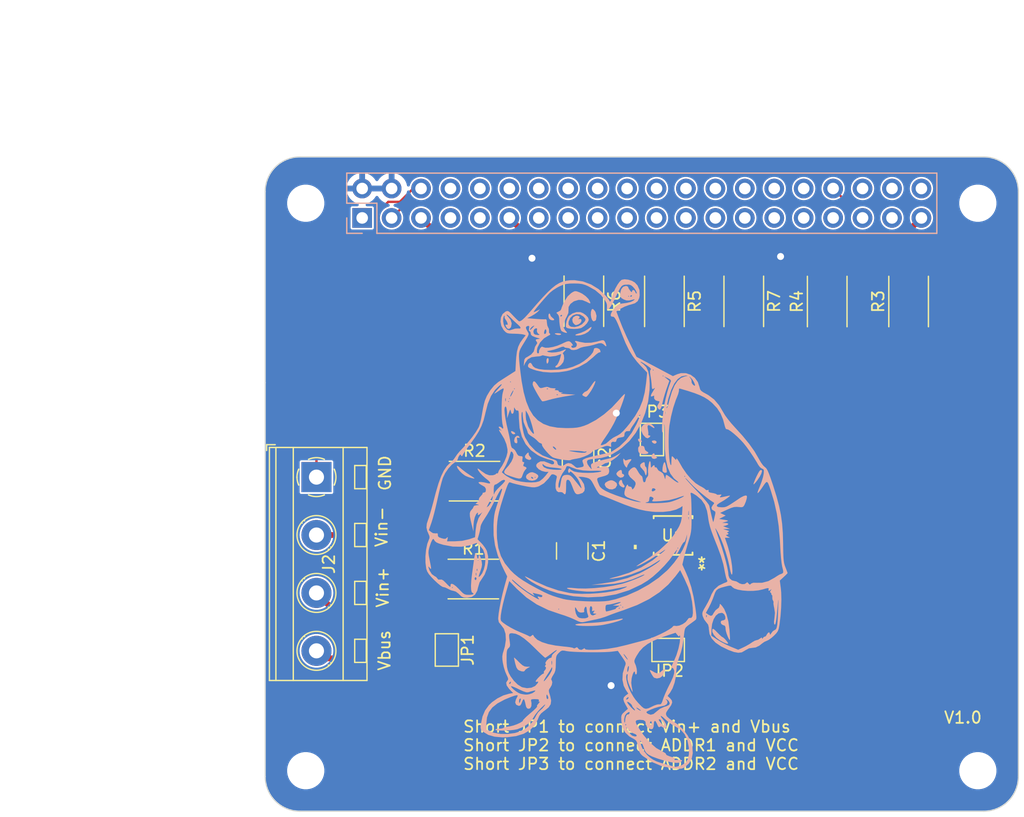
<source format=kicad_pcb>
(kicad_pcb (version 20240108) (generator "pcbnew") (generator_version "8.0")
  (title_block (date "15 nov 2012"))
  (layers (0 "F.Cu" signal) (31 "B.Cu" signal) (34 "B.Paste" user) (35 "F.Paste" user) (36 "B.SilkS" user "B.Silkscreen") (37 "F.SilkS" user "F.Silkscreen") (38 "B.Mask" user) (39 "F.Mask" user) (44 "Edge.Cuts" user))
  (net 0 "")
  (net 1 "GND")
  (net 2 "VCC")
  (net 8 "/SDA")
  (net 19 "/SCL")
  (net 31 "/ALERT")
  (net 33 "Net-(U1-Vin-)")
  (net 34 "Net-(U1-Vin+)")
  (net 35 "Net-(J2-Pin_3)")
  (net 36 "Net-(J2-Pin_2)")
  (net 37 "Net-(J2-Pin_4)")
  (net 38 "/ADDR1")
  (net 39 "/ADDR2")
  (footprint "Resistor_SMD:R_2512_6332Metric" (layer "F.Cu") (at 141.3 55.975 -90)
    (property "Reference" "R7" (at 0 -2.62 90) (layer "F.SilkS"))
    (property "Value" "10k")
    (pad "1" smd roundrect (at -2.9625 0 270) (size 1.225 3.35) (layers "F.Cu" "F.Paste" "F.Mask") (roundrect_rratio 0.204082) (net 2 "VCC"))
    (pad "2" smd roundrect (at 2.9625 0 270) (size 1.225 3.35) (layers "F.Cu" "F.Paste" "F.Mask") (roundrect_rratio 0.204082) (net 31 "/ALERT"))
  )
  (footprint "Capacitor_SMD:C_1210_3225Metric" (layer "F.Cu") (at 126.5 77.525 -90)
    (property "Reference" "C1" (at 0 -2.3 -90) (layer "F.SilkS"))
    (property "Value" "0.1u")
    (pad "1" smd roundrect (at -1.475 0 270) (size 1.15 2.7) (layers "F.Cu" "F.Paste" "F.Mask") (roundrect_rratio 0.217391) (net 33 "Net-(U1-Vin-)"))
    (pad "2" smd roundrect (at 1.475 0 270) (size 1.15 2.7) (layers "F.Cu" "F.Paste" "F.Mask") (roundrect_rratio 0.217391) (net 34 "Net-(U1-Vin+)"))
  )
  (footprint "Jumper:SolderJumper-2_P1.3mm_Open_TrianglePad1.0x1.5mm" (layer "F.Cu") (at 133.375 67.9 90)
    (property "Reference" "JP3" (at 2.4 0.125 180) (layer "F.SilkS"))
    (property "Value" "ADDR2_jumper")
    (pad "1" smd custom (at -0.725 0 90) (size 0.3 0.3) (layers "F.Cu" "F.Mask") (net 39 "/ADDR2") (options (clearance outline) (anchor rect)) (primitives (gr_poly (pts (xy 1 0) (xy 0.5 0.75) (xy -0.5 0.75) (xy -0.5 -0.75) (xy 0.5 -0.75)) (width 0) (fill yes))))
    (pad "2" smd custom (at 0.725 0 90) (size 0.3 0.3) (layers "F.Cu" "F.Mask") (net 2 "VCC") (options (clearance outline) (anchor rect)) (primitives (gr_poly (pts (xy 0.5 0.75) (xy -0.65 0.75) (xy -0.15 0) (xy -0.65 -0.75) (xy 0.5 -0.75)) (width 0) (fill yes))))
  )
  (footprint "Jumper:SolderJumper-2_P1.3mm_Open_TrianglePad1.0x1.5mm" (layer "F.Cu") (at 115.675 86.075 -90)
    (property "Reference" "JP1" (at 0 -1.8 90) (layer "F.SilkS"))
    (property "Value" "Vbus_jumper")
    (pad "1" smd custom (at -0.725 0 270) (size 0.3 0.3) (layers "F.Cu" "F.Mask") (net 35 "Net-(J2-Pin_3)") (options (clearance outline) (anchor rect)) (primitives (gr_poly (pts (xy 1 0) (xy 0.5 0.75) (xy -0.5 0.75) (xy -0.5 -0.75) (xy 0.5 -0.75)) (width 0) (fill yes))))
    (pad "2" smd custom (at 0.725 0 270) (size 0.3 0.3) (layers "F.Cu" "F.Mask") (net 37 "Net-(J2-Pin_4)") (options (clearance outline) (anchor rect)) (primitives (gr_poly (pts (xy 0.5 0.75) (xy -0.65 0.75) (xy -0.15 0) (xy -0.65 -0.75) (xy 0.5 -0.75)) (width 0) (fill yes))))
  )
  (footprint "MountingHole:MountingHole_2.7mm_M2.5" (layer "F.Cu") (at 161.5 47.5)
    (property "Reference" "MH2" (hide yes))
    (property "Value" "MountingHole_2.7mm_M2.5" (hide yes))
    (pad "" np_thru_hole circle (at 0 0) (size 2.7 2.7) (drill 2.7) (layers "*.Cu" "*.Mask"))
  )
  (footprint "TerminalBlock_MetzConnect:TerminalBlock_MetzConnect_Type094_RT03504HBLU_1x04_P5.00mm_Horizontal" (layer "F.Cu") (at 104.425 71.15 -90)
    (property "Reference" "J2" (at 7.5 -1.075 90) (layer "F.SilkS"))
    (property "Value" "PV_terminal")
    (pad "1" thru_hole rect (at 0 0 270) (size 2.6 2.6) (drill 1.3) (layers "*.Cu" "*.Mask") (net 1 "GND"))
    (pad "2" thru_hole circle (at 5 0 270) (size 2.6 2.6) (drill 1.3) (layers "*.Cu" "*.Mask") (net 36 "Net-(J2-Pin_2)"))
    (pad "3" thru_hole circle (at 10 0 270) (size 2.6 2.6) (drill 1.3) (layers "*.Cu" "*.Mask") (net 35 "Net-(J2-Pin_3)"))
    (pad "4" thru_hole circle (at 15 0 270) (size 2.6 2.6) (drill 1.3) (layers "*.Cu" "*.Mask") (net 37 "Net-(J2-Pin_4)"))
  )
  (footprint "Resistor_SMD:R_2512_6332Metric" (layer "F.Cu") (at 148.5 55.9875 90)
    (property "Reference" "R4" (at 0 -2.62 90) (layer "F.SilkS"))
    (property "Value" "10k")
    (pad "1" smd roundrect (at -2.9625 0 90) (size 1.225 3.35) (layers "F.Cu" "F.Paste" "F.Mask") (roundrect_rratio 0.204082) (net 39 "/ADDR2"))
    (pad "2" smd roundrect (at 2.9625 0 90) (size 1.225 3.35) (layers "F.Cu" "F.Paste" "F.Mask") (roundrect_rratio 0.204082) (net 1 "GND"))
  )
  (footprint "MountingHole:MountingHole_2.7mm_M2.5" (layer "F.Cu") (at 103.5 96.5)
    (property "Reference" "MH3" (hide yes))
    (property "Value" "MountingHole_2.7mm_M2.5" (hide yes))
    (pad "" np_thru_hole circle (at 0 0) (size 2.7 2.7) (drill 2.7) (layers "*.Cu" "*.Mask"))
  )
  (footprint "footprints:VSSOP10_DGS_TEX" (layer "F.Cu") (at 135.199999 76.18385 180)
    (property "Reference" "U1" (at 0 0 0) (layer "F.SilkS"))
    (property "Value" "INA228")
    (fp_text user "*" (at -2.47015 -2.4224 180) (layer "F.SilkS"))
    (fp_text user "*" (at -2.47015 -2.4224 0) (layer "F.SilkS"))
    (pad "1" smd rect (at -2.21615 -1.000001 180) (size 1.3335 0.2794) (layers "F.Cu" "F.Paste" "F.Mask") (net 38 "/ADDR1"))
    (pad "2" smd rect (at -2.21615 -0.499999 180) (size 1.3335 0.2794) (layers "F.Cu" "F.Paste" "F.Mask") (net 39 "/ADDR2"))
    (pad "3" smd rect (at -2.21615 0 180) (size 1.3335 0.2794) (layers "F.Cu" "F.Paste" "F.Mask") (net 31 "/ALERT"))
    (pad "4" smd rect (at -2.21615 0.499999 180) (size 1.3335 0.2794) (layers "F.Cu" "F.Paste" "F.Mask") (net 8 "/SDA"))
    (pad "5" smd rect (at -2.21615 1.000001 180) (size 1.3335 0.2794) (layers "F.Cu" "F.Paste" "F.Mask") (net 19 "/SCL"))
    (pad "6" smd rect (at 2.21615 1.000001 180) (size 1.3335 0.2794) (layers "F.Cu" "F.Paste" "F.Mask") (net 2 "VCC"))
    (pad "7" smd rect (at 2.21615 0.499999 180) (size 1.3335 0.2794) (layers "F.Cu" "F.Paste" "F.Mask") (net 1 "GND"))
    (pad "8" smd rect (at 2.21615 0 180) (size 1.3335 0.2794) (layers "F.Cu" "F.Paste" "F.Mask") (net 37 "Net-(J2-Pin_4)"))
    (pad "9" smd rect (at 2.21615 -0.499999 180) (size 1.3335 0.2794) (layers "F.Cu" "F.Paste" "F.Mask") (net 33 "Net-(U1-Vin-)"))
    (pad "10" smd rect (at 2.21615 -1.000001 180) (size 1.3335 0.2794) (layers "F.Cu" "F.Paste" "F.Mask") (net 34 "Net-(U1-Vin+)"))
  )
  (footprint "MountingHole:MountingHole_2.7mm_M2.5" (layer "F.Cu") (at 103.5 47.5)
    (property "Reference" "MH1" (hide yes))
    (property "Value" "MountingHole_2.7mm_M2.5" (hide yes))
    (pad "" np_thru_hole circle (at 0 0) (size 2.7 2.7) (drill 2.7) (layers "*.Cu" "*.Mask"))
  )
  (footprint "Resistor_SMD:R_2512_6332Metric" (layer "F.Cu") (at 127.5 55.9625 -90)
    (property "Reference" "R6" (at 0 -2.62 90) (layer "F.SilkS"))
    (property "Value" "10k")
    (pad "1" smd roundrect (at -2.9625 0 270) (size 1.225 3.35) (layers "F.Cu" "F.Paste" "F.Mask") (roundrect_rratio 0.204082) (net 2 "VCC"))
    (pad "2" smd roundrect (at 2.9625 0 270) (size 1.225 3.35) (layers "F.Cu" "F.Paste" "F.Mask") (roundrect_rratio 0.204082) (net 19 "/SCL"))
  )
  (footprint "Resistor_SMD:R_2512_6332Metric" (layer "F.Cu") (at 134.45 55.975 -90)
    (property "Reference" "R5" (at 0 -2.62 90) (layer "F.SilkS"))
    (property "Value" "10k")
    (pad "1" smd roundrect (at -2.9625 0 270) (size 1.225 3.35) (layers "F.Cu" "F.Paste" "F.Mask") (roundrect_rratio 0.204082) (net 2 "VCC"))
    (pad "2" smd roundrect (at 2.9625 0 270) (size 1.225 3.35) (layers "F.Cu" "F.Paste" "F.Mask") (roundrect_rratio 0.204082) (net 8 "/SDA"))
  )
  (footprint "Resistor_SMD:R_2512_6332Metric" (layer "F.Cu") (at 118.0625 71.5)
    (property "Reference" "R2" (at 0 -2.62 0) (layer "F.SilkS"))
    (property "Value" "100")
    (pad "1" smd roundrect (at -2.9625 0) (size 1.225 3.35) (layers "F.Cu" "F.Paste" "F.Mask") (roundrect_rratio 0.204082) (net 36 "Net-(J2-Pin_2)"))
    (pad "2" smd roundrect (at 2.9625 0) (size 1.225 3.35) (layers "F.Cu" "F.Paste" "F.Mask") (roundrect_rratio 0.204082) (net 33 "Net-(U1-Vin-)"))
  )
  (footprint "Resistor_SMD:R_2512_6332Metric" (layer "F.Cu") (at 155.525 55.9875 90)
    (property "Reference" "R3" (at 0 -2.62 90) (layer "F.SilkS"))
    (property "Value" "10k")
    (pad "1" smd roundrect (at -2.9625 0 90) (size 1.225 3.35) (layers "F.Cu" "F.Paste" "F.Mask") (roundrect_rratio 0.204082) (net 38 "/ADDR1"))
    (pad "2" smd roundrect (at 2.9625 0 90) (size 1.225 3.35) (layers "F.Cu" "F.Paste" "F.Mask") (roundrect_rratio 0.204082) (net 1 "GND"))
  )
  (footprint "Resistor_SMD:R_2512_6332Metric" (layer "F.Cu") (at 117.9625 79.95)
    (property "Reference" "R1" (at 0 -2.62 0) (layer "F.SilkS"))
    (property "Value" "100")
    (pad "1" smd roundrect (at -2.9625 0) (size 1.225 3.35) (layers "F.Cu" "F.Paste" "F.Mask") (roundrect_rratio 0.204082) (net 35 "Net-(J2-Pin_3)"))
    (pad "2" smd roundrect (at 2.9625 0) (size 1.225 3.35) (layers "F.Cu" "F.Paste" "F.Mask") (roundrect_rratio 0.204082) (net 34 "Net-(U1-Vin+)"))
  )
  (footprint "Jumper:SolderJumper-2_P1.3mm_Open_TrianglePad1.0x1.5mm" (layer "F.Cu") (at 134.775 86.075 180)
    (property "Reference" "JP2" (at 0 -1.8 0) (layer "F.SilkS"))
    (property "Value" "ADDR1_jumper")
    (pad "1" smd custom (at -0.725 0 180) (size 0.3 0.3) (layers "F.Cu" "F.Mask") (net 38 "/ADDR1") (options (clearance outline) (anchor rect)) (primitives (gr_poly (pts (xy 1 0) (xy 0.5 0.75) (xy -0.5 0.75) (xy -0.5 -0.75) (xy 0.5 -0.75)) (width 0) (fill yes))))
    (pad "2" smd custom (at 0.725 0 180) (size 0.3 0.3) (layers "F.Cu" "F.Mask") (net 2 "VCC") (options (clearance outline) (anchor rect)) (primitives (gr_poly (pts (xy 0.5 0.75) (xy -0.65 0.75) (xy -0.15 0) (xy -0.65 -0.75) (xy 0.5 -0.75)) (width 0) (fill yes))))
  )
  (footprint "MountingHole:MountingHole_2.7mm_M2.5" (layer "F.Cu") (at 161.5 96.5)
    (property "Reference" "MH4" (hide yes))
    (property "Value" "MountingHole_2.7mm_M2.5" (hide yes))
    (pad "" np_thru_hole circle (at 0 0) (size 2.7 2.7) (drill 2.7) (layers "*.Cu" "*.Mask"))
  )
  (footprint "Capacitor_SMD:C_1210_3225Metric" (layer "F.Cu") (at 127 69.525 -90)
    (property "Reference" "C2" (at 0 -2.3 -90) (layer "F.SilkS"))
    (property "Value" "0.1u")
    (pad "1" smd roundrect (at -1.475 0 270) (size 1.15 2.7) (layers "F.Cu" "F.Paste" "F.Mask") (roundrect_rratio 0.217391) (net 2 "VCC"))
    (pad "2" smd roundrect (at 1.475 0 270) (size 1.15 2.7) (layers "F.Cu" "F.Paste" "F.Mask") (roundrect_rratio 0.217391) (net 1 "GND"))
  )
  (footprint "Connector_PinSocket_2.54mm:PinSocket_2x20_P2.54mm_Vertical" (layer "B.Cu") (at 108.37 48.77 -90)
    (property "Reference" "J1" (hide yes))
    (property "Value" "GPIO" (hide yes))
    (pad "1" thru_hole rect (at 0 0 270) (size 1.7 1.7) (drill 1) (layers "*.Cu" "*.Mask"))
    (pad "2" thru_hole oval (at -2.54 0 270) (size 1.7 1.7) (drill 1) (layers "*.Cu" "*.Mask") (net 2 "VCC"))
    (pad "3" thru_hole oval (at 0 -2.54 270) (size 1.7 1.7) (drill 1) (layers "*.Cu" "*.Mask") (net 8 "/SDA"))
    (pad "4" thru_hole oval (at -2.54 -2.54 270) (size 1.7 1.7) (drill 1) (layers "*.Cu" "*.Mask") (net 2 "VCC"))
    (pad "5" thru_hole oval (at 0 -5.08 270) (size 1.7 1.7) (drill 1) (layers "*.Cu" "*.Mask") (net 19 "/SCL"))
    (pad "6" thru_hole oval (at -2.54 -5.08 270) (size 1.7 1.7) (drill 1) (layers "*.Cu" "*.Mask") (net 1 "GND"))
    (pad "7" thru_hole oval (at 0 -7.62 270) (size 1.7 1.7) (drill 1) (layers "*.Cu" "*.Mask"))
    (pad "8" thru_hole oval (at -2.54 -7.62 270) (size 1.7 1.7) (drill 1) (layers "*.Cu" "*.Mask"))
    (pad "9" thru_hole oval (at 0 -10.16 270) (size 1.7 1.7) (drill 1) (layers "*.Cu" "*.Mask"))
    (pad "10" thru_hole oval (at -2.54 -10.16 270) (size 1.7 1.7) (drill 1) (layers "*.Cu" "*.Mask"))
    (pad "11" thru_hole oval (at 0 -12.7 270) (size 1.7 1.7) (drill 1) (layers "*.Cu" "*.Mask") (net 31 "/ALERT"))
    (pad "12" thru_hole oval (at -2.54 -12.7 270) (size 1.7 1.7) (drill 1) (layers "*.Cu" "*.Mask"))
    (pad "13" thru_hole oval (at 0 -15.24 270) (size 1.7 1.7) (drill 1) (layers "*.Cu" "*.Mask"))
    (pad "14" thru_hole oval (at -2.54 -15.24 270) (size 1.7 1.7) (drill 1) (layers "*.Cu" "*.Mask"))
    (pad "15" thru_hole oval (at 0 -17.78 270) (size 1.7 1.7) (drill 1) (layers "*.Cu" "*.Mask"))
    (pad "16" thru_hole oval (at -2.54 -17.78 270) (size 1.7 1.7) (drill 1) (layers "*.Cu" "*.Mask"))
    (pad "17" thru_hole oval (at 0 -20.32 270) (size 1.7 1.7) (drill 1) (layers "*.Cu" "*.Mask"))
    (pad "18" thru_hole oval (at -2.54 -20.32 270) (size 1.7 1.7) (drill 1) (layers "*.Cu" "*.Mask"))
    (pad "19" thru_hole oval (at 0 -22.86 270) (size 1.7 1.7) (drill 1) (layers "*.Cu" "*.Mask"))
    (pad "20" thru_hole oval (at -2.54 -22.86 270) (size 1.7 1.7) (drill 1) (layers "*.Cu" "*.Mask"))
    (pad "21" thru_hole oval (at 0 -25.4 270) (size 1.7 1.7) (drill 1) (layers "*.Cu" "*.Mask"))
    (pad "22" thru_hole oval (at -2.54 -25.4 270) (size 1.7 1.7) (drill 1) (layers "*.Cu" "*.Mask"))
    (pad "23" thru_hole oval (at 0 -27.94 270) (size 1.7 1.7) (drill 1) (layers "*.Cu" "*.Mask"))
    (pad "24" thru_hole oval (at -2.54 -27.94 270) (size 1.7 1.7) (drill 1) (layers "*.Cu" "*.Mask"))
    (pad "25" thru_hole oval (at 0 -30.48 270) (size 1.7 1.7) (drill 1) (layers "*.Cu" "*.Mask"))
    (pad "26" thru_hole oval (at -2.54 -30.48 270) (size 1.7 1.7) (drill 1) (layers "*.Cu" "*.Mask"))
    (pad "27" thru_hole oval (at 0 -33.02 270) (size 1.7 1.7) (drill 1) (layers "*.Cu" "*.Mask"))
    (pad "28" thru_hole oval (at -2.54 -33.02 270) (size 1.7 1.7) (drill 1) (layers "*.Cu" "*.Mask"))
    (pad "29" thru_hole oval (at 0 -35.56 270) (size 1.7 1.7) (drill 1) (layers "*.Cu" "*.Mask"))
    (pad "30" thru_hole oval (at -2.54 -35.56 270) (size 1.7 1.7) (drill 1) (layers "*.Cu" "*.Mask"))
    (pad "31" thru_hole oval (at 0 -38.1 270) (size 1.7 1.7) (drill 1) (layers "*.Cu" "*.Mask"))
    (pad "32" thru_hole oval (at -2.54 -38.1 270) (size 1.7 1.7) (drill 1) (layers "*.Cu" "*.Mask"))
    (pad "33" thru_hole oval (at 0 -40.64 270) (size 1.7 1.7) (drill 1) (layers "*.Cu" "*.Mask"))
    (pad "34" thru_hole oval (at -2.54 -40.64 270) (size 1.7 1.7) (drill 1) (layers "*.Cu" "*.Mask") (net 1 "GND"))
    (pad "35" thru_hole oval (at 0 -43.18 270) (size 1.7 1.7) (drill 1) (layers "*.Cu" "*.Mask"))
    (pad "36" thru_hole oval (at -2.54 -43.18 270) (size 1.7 1.7) (drill 1) (layers "*.Cu" "*.Mask"))
    (pad "37" thru_hole oval (at 0 -45.72 270) (size 1.7 1.7) (drill 1) (layers "*.Cu" "*.Mask"))
    (pad "38" thru_hole oval (at -2.54 -45.72 270) (size 1.7 1.7) (drill 1) (layers "*.Cu" "*.Mask"))
    (pad "39" thru_hole oval (at 0 -48.26 270) (size 1.7 1.7) (drill 1) (layers "*.Cu" "*.Mask") (net 1 "GND"))
    (pad "40" thru_hole oval (at -2.54 -48.26 270) (size 1.7 1.7) (drill 1) (layers "*.Cu" "*.Mask"))
  )
  (footprint "LOGO" (layer "B.Cu") (at 129.45 75.2 180)
    (property "Reference" "G***" (hide yes))
    (property "Value" "LOGO" (hide yes))
  )
  (gr_line (start 162 43.5) (end 103 43.5) (stroke (width 0.1)) (layer "Edge.Cuts"))
  (gr_line (start 165 97) (end 165 46.5) (stroke (width 0.1)) (layer "Edge.Cuts"))
  (gr_line (start 100 46.5) (end 100 63) (stroke (width 0.1)) (layer "Edge.Cuts"))
  (gr_arc (start 100 46.5) (mid 100.87868 44.37868) (end 103 43.5) (stroke (width 0.1)) (layer "Edge.Cuts"))
  (gr_arc (start 162 43.5) (mid 164.12132 44.37868) (end 165 46.5) (stroke (width 0.1)) (layer "Edge.Cuts"))
  (gr_arc (start 103 100) (mid 100.87868 99.12132) (end 100 97) (stroke (width 0.1)) (layer "Edge.Cuts"))
  (gr_line (start 103 100) (end 162 100) (stroke (width 0.1)) (layer "Edge.Cuts"))
  (gr_arc (start 165 97) (mid 164.12132 99.12132) (end 162 100) (stroke (width 0.1)) (layer "Edge.Cuts"))
  (gr_line (start 100 63) (end 100 97) (stroke (width 0.1)) (layer "Edge.Cuts"))
  (gr_text "GND" (at 110.925 72.425 90) (layer "F.SilkS") (effects (font (size 1 1)) (justify left bottom)))
  (gr_text "Vin+" (at 110.725 82.5 90) (layer "F.SilkS") (effects (font (size 1 1)) (justify left bottom)))
  (gr_text "Vin-" (at 110.625 77.275 90) (layer "F.SilkS") (effects (font (size 1 1)) (justify left bottom)))
  (gr_text "Short JP1 to connect Vin+ and Vbus\nShort JP2 to connect ADDR1 and VCC\nShort JP3 to connect ADDR2 and VCC" (at 117 96.5 0) (layer "F.SilkS") (effects (font (size 1 1)) (justify left bottom)))
  (gr_text "Vbus" (at 110.875 87.95 90) (layer "F.SilkS") (effects (font (size 1 1)) (justify left bottom)))
  (gr_text "V1.0" (at 158.5 92.5 0) (layer "F.SilkS") (effects (font (size 1 1)) (justify left bottom)))
  (segment (start 111.62 47.38) (end 112.77 46.23) (width 0.2) (layer "F.Cu") (net 1))
  (segment (start 109.76 61.14) (end 104.425 66.475) (width 0.2) (layer "F.Cu") (net 1))
  (segment (start 112.77 46.23) (end 113.45 46.23) (width 0.2) (layer "F.Cu") (net 1))
  (segment (start 150.16 47.38) (end 150.16 49.74) (width 0.2) (layer "F.Cu") (net 1))
  (segment (start 148.5 53.025) (end 148.5 51.4) (width 0.2) (layer "F.Cu") (net 1))
  (segment (start 150.16 49.74) (end 148.5 51.4) (width 0.2) (layer "F.Cu") (net 1))
  (segment (start 132.983849 75.683851) (end 131.683851 75.683851) (width 0.3) (layer "F.Cu") (net 1))
  (segment (start 109.76 53.3) (end 109.76 48.24) (width 0.2) (layer "F.Cu") (net 1))
  (segment (start 110.62 47.38) (end 111.62 47.38) (width 0.2) (layer "F.Cu") (net 1))
  (segment (start 155.525 53.025) (end 155.525 49.875) (width 0.5) (layer "F.Cu") (net 1))
  (segment (start 131.683851 75.683851) (end 127 71) (width 0.3) (layer "F.Cu") (net 1))
  (segment (start 155.525 49.875) (end 156.63 48.77) (width 0.5) (layer "F.Cu") (net 1))
  (segment (start 109.76 48.24) (end 110.62 47.38) (width 0.2) (layer "F.Cu") (net 1))
  (segment (start 104.425 66.475) (end 104.425 71.15) (width 0.2) (layer "F.Cu") (net 1))
  (segment (start 127 71) (end 109.76 53.76) (width 0.2) (layer "F.Cu") (net 1))
  (segment (start 109.76 53.3) (end 109.76 61.14) (width 0.2) (layer "F.Cu") (net 1))
  (segment (start 149.01 46.23) (end 150.16 47.38) (width 0.2) (layer "F.Cu") (net 1))
  (segment (start 127 68.05) (end 129.425 65.625) (width 0.5) (layer "F.Cu") (net 2))
  (segment (start 123.025 52.25) (end 126.75 52.25) (width 0.5) (layer "F.Cu") (net 2))
  (segment (start 143.5625 53.0125) (end 144.475 52.1) (width 0.5) (layer "F.Cu") (net 2))
  (segment (start 131.85 67.175) (end 130.3 65.625) (width 0.5) (layer "F.Cu") (net 2))
  (segment (start 131.983849 75.183849) (end 131.7 74.9) (width 0.3) (layer "F.Cu") (net 2))
  (segment (start 132.983849 75.183849) (end 131.983849 75.183849) (width 0.3) (layer "F.Cu") (net 2))
  (segment (start 129.425 65.625) (end 130.3 65.625) (width 0.5) (layer "F.Cu") (net 2))
  (segment (start 141.3 53.0125) (end 143.5625 53.0125) (width 0.5) (layer "F.Cu") (net 2))
  (segment (start 126.75 52.25) (end 127.5 53) (width 0.5) (layer "F.Cu") (net 2))
  (segment (start 131.7 74.9) (end 131.7 72.75) (width 0.3) (layer "F.Cu") (net 2))
  (segment (start 134.05 86.075) (end 132.825 86.075) (width 0.5) (layer "F.Cu") (net 2))
  (segment (start 133.375 67.175) (end 131.85 67.175) (width 0.5) (layer "F.Cu") (net 2))
  (segment (start 132.825 86.075) (end 129.85 89.05) (width 0.5) (layer "F.Cu") (net 2))
  (segment (start 131.7 72.75) (end 127 68.05) (width 0.3) (layer "F.Cu") (net 2))
  (segment (start 129.85 89.05) (end 129.85 89.15) (width 0.3) (layer "F.Cu") (net 2))
  (segment (start 134.45 53.0125) (end 141.3 53.0125) (width 0.5) (layer "F.Cu") (net 2))
  (via blind (at 130.3 65.625) (size 0.9) (drill 0.6) (layers "F.Cu" "B.Cu") (net 2))
  (via blind (at 144.475 52.1) (size 0.9) (drill 0.6) (layers "F.Cu" "B.Cu") (net 2))
  (via blind (at 123.025 52.25) (size 0.9) (drill 0.6) (layers "F.Cu" "B.Cu") (net 2))
  (via blind (at 129.85 89.15) (size 0.9) (drill 0.6) (layers "F.Cu" "B.Cu") (net 2))
  (segment (start 131.65 73.825) (end 131.375 73.55) (width 0.2) (layer "B.Cu") (net 2))
  (segment (start 134.45 58.9375) (end 133.525 58.0125) (width 0.2) (layer "F.Cu") (net 8))
  (segment (start 117.14 48.293654) (end 116.226346 47.38) (width 0.2) (layer "F.Cu") (net 8))
  (segment (start 112.3 47.38) (end 110.91 48.77) (width 0.2) (layer "F.Cu") (net 8))
  (segment (start 137.416149 75.683851) (end 139.016149 75.683851) (width 0.3) (layer "F.Cu") (net 8))
  (segment (start 133.525 58.0125) (end 125.5125 58.0125) (width 0.2) (layer "F.Cu") (net 8))
  (segment (start 139.6 64.0875) (end 134.45 58.9375) (width 0.3) (layer "F.Cu") (net 8))
  (segment (start 117.14 49.64) (end 117.14 48.293654) (width 0.2) (layer "F.Cu") (net 8))
  (segment (start 139.016149 75.683851) (end 139.6 75.1) (width 0.3) (layer "F.Cu") (net 8))
  (segment (start 125.5125 58.0125) (end 117.14 49.64) (width 0.2) (layer "F.Cu") (net 8))
  (segment (start 116.226346 47.38) (end 112.3 47.38) (width 0.2) (layer "F.Cu") (net 8))
  (segment (start 139.6 75.1) (end 139.6 64.0875) (width 0.3) (layer "F.Cu") (net 8))
  (segment (start 130.725 58.925) (end 135.6 63.8) (width 0.3) (layer "F.Cu") (net 19))
  (segment (start 137.416149 75.183851) (end 137.416149 75.183849) (width 0.3) (layer "F.Cu") (net 19))
  (segment (start 135.6 74.5) (end 135.6 63.8) (width 0.3) (layer "F.Cu") (net 19))
  (segment (start 127.5 58.925) (end 130.725 58.925) (width 0.3) (layer "F.Cu") (net 19))
  (segment (start 137.416149 75.183849) (end 136.316151 75.183849) (width 0.3) (layer "F.Cu") (net 19))
  (segment (start 136.3 75.2) (end 135.6 74.5) (width 0.3) (layer "F.Cu") (net 19))
  (segment (start 136.316151 75.183849) (end 136.3 75.2) (width 0.3) (layer "F.Cu") (net 19))
  (segment (start 123.605 58.925) (end 113.45 48.77) (width 0.5) (layer "F.Cu") (net 19))
  (segment (start 127.5 58.925) (end 123.605 58.925) (width 0.5) (layer "F.Cu") (net 19))
  (segment (start 142.7 73.5) (end 142.7 64.9) (width 0.3) (layer "F.Cu") (net 31))
  (segment (start 137.416149 76.18385) (end 139.152546 76.18385) (width 0.3) (layer "F.Cu") (net 31))
  (segment (start 142.7 64.9) (end 141.35 63.55) (width 0.3) (layer "F.Cu") (net 31))
  (segment (start 128.9 50.9) (end 133.8 55.8) (width 0.5) (layer "F.Cu") (net 31))
  (segment (start 140.1 76.1) (end 142.7 73.5) (width 0.3) (layer "F.Cu") (net 31))
  (segment (start 121.07 48.77) (end 123.2 50.9) (width 0.5) (layer "F.Cu") (net 31))
  (segment (start 139.8 55.8) (end 141.3 57.3) (width 0.5) (layer "F.Cu") (net 31))
  (segment (start 140.01615 76.18385) (end 140.1 76.1) (width 0.3) (layer "F.Cu") (net 31))
  (segment (start 139.152546 76.18385) (end 140.01615 76.18385) (width 0.3) (layer "F.Cu") (net 31))
  (segment (start 141.3 58.9375) (end 141.3 63.5) (width 0.3) (layer "F.Cu") (net 31))
  (segment (start 141.3 57.3) (end 141.3 58.9375) (width 0.5) (layer "F.Cu") (net 31))
  (segment (start 133.8 55.8) (end 139.8 55.8) (width 0.5) (layer "F.Cu") (net 31))
  (segment (start 123.2 50.9) (end 128.9 50.9) (width 0.5) (layer "F.Cu") (net 31))
  (segment (start 125.575 76.05) (end 126.5 76.05) (width 0.2) (layer "F.Cu") (net 33))
  (segment (start 127.133849 76.683849) (end 126.5 76.05) (width 0.3) (layer "F.Cu") (net 33))
  (segment (start 132.983849 76.683849) (end 127.133849 76.683849) (width 0.3) (layer "F.Cu") (net 33))
  (segment (start 121.025 71.5) (end 125.575 76.05) (width 0.5) (layer "F.Cu") (net 33))
  (segment (start 121.875 79) (end 126.5 79) (width 0.5) (layer "F.Cu") (net 34))
  (segment (start 128.316149 77.183851) (end 126.5 79) (width 0.3) (layer "F.Cu") (net 34))
  (segment (start 120.925 79.95) (end 121.875 79) (width 0.5) (layer "F.Cu") (net 34))
  (segment (start 132.983849 77.183851) (end 128.316149 77.183851) (width 0.3) (layer "F.Cu") (net 34))
  (segment (start 115 79.95) (end 115 83.3) (width 0.5) (layer "F.Cu") (net 35))
  (segment (start 108.625 85.35) (end 104.425 81.15) (width 0.5) (layer "F.Cu") (net 35))
  (segment (start 115.675 85.35) (end 108.625 85.35) (width 0.5) (layer "F.Cu") (net 35))
  (segment (start 115 83.3) (end 115.675 83.975) (width 0.5) (layer "F.Cu") (net 35))
  (segment (start 115.675 83.975) (end 115.675 85.35) (width 0.5) (layer "F.Cu") (net 35))
  (segment (start 115.1 71.5) (end 110.45 76.15) (width 0.5) (layer "F.Cu") (net 36))
  (segment (start 110.45 76.15) (end 104.425 76.15) (width 0.5) (layer "F.Cu") (net 36))
  (segment (start 126.3 86.8) (end 115.675 86.8) (width 0.3) (layer "F.Cu") (net 37))
  (segment (start 134.18385 76.18385) (end 132.983849 76.18385) (width 0.3) (layer "F.Cu") (net 37))
  (segment (start 105.075 86.8) (end 104.425 86.15) (width 0.5) (layer "F.Cu") (net 37))
  (segment (start 134.6 78.5) (end 126.3 86.8) (width 0.3) (layer "F.Cu") (net 37))
  (segment (start 134.6 76.6) (end 134.6 78.5) (width 0.3) (layer "F.Cu") (net 37))
  (segment (start 134.6 76.6) (end 134.18385 76.18385) (width 0.3) (layer "F.Cu") (net 37))
  (segment (start 115.675 86.8) (end 105.075 86.8) (width 0.5) (layer "F.Cu") (net 37))
  (segment (start 135.5 86.075) (end 135.5 77.8) (width 0.3) (layer "F.Cu") (net 38))
  (segment (start 155.525 67.975) (end 155.525 58.95) (width 0.3) (layer "F.Cu") (net 38))
  (segment (start 137.416149 77.183851) (end 146.316149 77.183851) (width 0.3) (layer "F.Cu") (net 38))
  (segment (start 137.416149 77.183851) (end 136.116149 77.183851) (width 0.3) (layer "F.Cu") (net 38))
  (segment (start 135.5 77.8) (end 136.116149 77.183851) (width 0.3) (layer "F.Cu") (net 38))
  (segment (start 146.316149 77.183851) (end 155.525 67.975) (width 0.3) (layer "F.Cu") (net 38))
  (segment (start 136.383849 76.683849) (end 134.5 74.8) (width 0.3) (layer "F.Cu") (net 39))
  (segment (start 141.516151 76.683849) (end 148.5 69.7) (width 0.3) (layer "F.Cu") (net 39))
  (segment (start 137.416149 76.683849) (end 141.516151 76.683849) (width 0.3) (layer "F.Cu") (net 39))
  (segment (start 134.5 74.8) (end 134.5 69.75) (width 0.3) (layer "F.Cu") (net 39))
  (segment (start 148.5 69.7) (end 148.5 58.95) (width 0.3) (layer "F.Cu") (net 39))
  (segment (start 134.5 69.75) (end 133.375 68.625) (width 0.3) (layer "F.Cu") (net 39))
  (segment (start 137.416149 76.683849) (end 136.383849 76.683849) (width 0.3) (layer "F.Cu") (net 39))
  (zone (net 2) (net_name "VCC") (layer "B.Cu") (connect_pads (clearance 0)) (min_thickness 0.25) (fill yes (thermal_gap 0.5) (thermal_bridge_width 0.5))
    (polygon (pts (xy 165.5 100.5) (xy 165.5 43) (xy 99.5 43) (xy 99.5 100.5)))
  )
)
</source>
